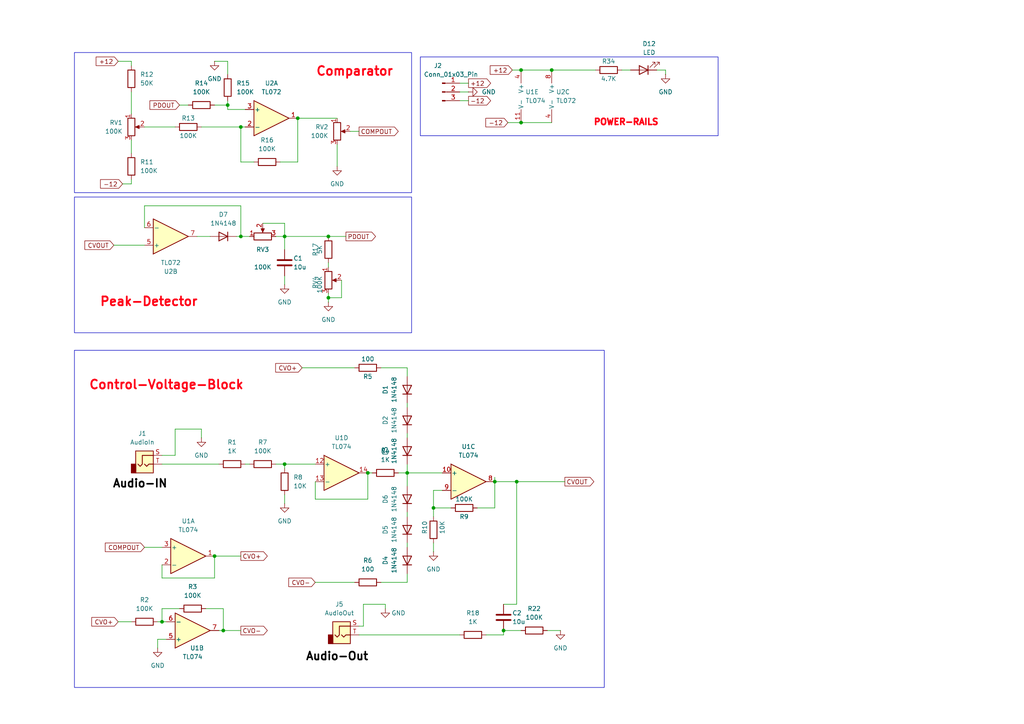
<source format=kicad_sch>
(kicad_sch (version 20250114) (generator "eeschema") (generator_version "9.0")
  (paper "A4")
  (lib_symbols
    (symbol "Amplifier_Operational:TL072" (pin_names (offset 0.127))
      (property "Reference" "U" (at 0 5.08 0))
      (property "Value" "TL072" (at 0 -5.08 0))
      (symbol "TL072_1_1"
        (polyline (pts (xy -5.08 5.08) (xy 5.08 0) (xy -5.08 -5.08) (xy -5.08 5.08)) (stroke (width 0.254)) (fill (type background)))
        (pin input line (at -7.62 2.54 0) (length 2.54) (name "+") (number "3"))
        (pin input line (at -7.62 -2.54 0) (length 2.54) (name "-") (number "2"))
        (pin output line (at 7.62 0 180) (length 2.54) (name "~") (number "1"))
      )
      (symbol "TL072_2_1"
        (polyline (pts (xy -5.08 5.08) (xy 5.08 0) (xy -5.08 -5.08) (xy -5.08 5.08)) (stroke (width 0.254)) (fill (type background)))
        (pin input line (at -7.62 2.54 0) (length 2.54) (name "+") (number "5"))
        (pin input line (at -7.62 -2.54 0) (length 2.54) (name "-") (number "6"))
        (pin output line (at 7.62 0 180) (length 2.54) (name "~") (number "7"))
      )
      (symbol "TL072_3_1"
        (pin power_in line (at -2.54 7.62 270) (length 3.81) (name "V+") (number "8"))
        (pin power_in line (at -2.54 -7.62 90) (length 3.81) (name "V-") (number "4"))
      )
    )
    (symbol "Amplifier_Operational:TL074" (pin_names (offset 0.127))
      (property "Reference" "U" (at 0 5.08 0))
      (property "Value" "TL074" (at 0 -5.08 0))
      (symbol "TL074_1_1"
        (polyline (pts (xy -5.08 5.08) (xy 5.08 0) (xy -5.08 -5.08) (xy -5.08 5.08)) (stroke (width 0.254)) (fill (type background)))
        (pin input line (at -7.62 2.54 0) (length 2.54) (name "+") (number "3"))
        (pin input line (at -7.62 -2.54 0) (length 2.54) (name "-") (number "2"))
        (pin output line (at 7.62 0 180) (length 2.54) (name "~") (number "1"))
      )
      (symbol "TL074_2_1"
        (polyline (pts (xy -5.08 5.08) (xy 5.08 0) (xy -5.08 -5.08) (xy -5.08 5.08)) (stroke (width 0.254)) (fill (type background)))
        (pin input line (at -7.62 2.54 0) (length 2.54) (name "+") (number "5"))
        (pin input line (at -7.62 -2.54 0) (length 2.54) (name "-") (number "6"))
        (pin output line (at 7.62 0 180) (length 2.54) (name "~") (number "7"))
      )
      (symbol "TL074_3_1"
        (polyline (pts (xy -5.08 5.08) (xy 5.08 0) (xy -5.08 -5.08) (xy -5.08 5.08)) (stroke (width 0.254)) (fill (type background)))
        (pin input line (at -7.62 2.54 0) (length 2.54) (name "+") (number "10"))
        (pin input line (at -7.62 -2.54 0) (length 2.54) (name "-") (number "9"))
        (pin output line (at 7.62 0 180) (length 2.54) (name "~") (number "8"))
      )
      (symbol "TL074_4_1"
        (polyline (pts (xy -5.08 5.08) (xy 5.08 0) (xy -5.08 -5.08) (xy -5.08 5.08)) (stroke (width 0.254)) (fill (type background)))
        (pin input line (at -7.62 2.54 0) (length 2.54) (name "+") (number "12"))
        (pin input line (at -7.62 -2.54 0) (length 2.54) (name "-") (number "13"))
        (pin output line (at 7.62 0 180) (length 2.54) (name "~") (number "14"))
      )
      (symbol "TL074_5_1"
        (pin power_in line (at -2.54 7.62 270) (length 3.81) (name "V+") (number "4"))
        (pin power_in line (at -2.54 -7.62 90) (length 3.81) (name "V-") (number "11"))
      )
    )
    (symbol "Connector:Conn_01x03_Pin" (pin_names (offset 1.016) (hide yes))
      (property "Reference" "J" (at 0 5.08 0))
      (property "Value" "Conn_01x03_Pin" (at 0 -5.08 0))
      (symbol "Conn_01x03_Pin_1_1"
        (rectangle (start 0.8636 2.667) (end 0 2.413) (stroke (width 0.1524)) (fill (type outline)))
        (rectangle (start 0.8636 0.127) (end 0 -0.127) (stroke (width 0.1524)) (fill (type outline)))
        (rectangle (start 0.8636 -2.413) (end 0 -2.667) (stroke (width 0.1524)) (fill (type outline)))
        (polyline (pts (xy 1.27 2.54) (xy 0.8636 2.54)) (stroke (width 0.1524)))
        (polyline (pts (xy 1.27 0) (xy 0.8636 0)) (stroke (width 0.1524)))
        (polyline (pts (xy 1.27 -2.54) (xy 0.8636 -2.54)) (stroke (width 0.1524)))
        (pin passive line (at 5.08 2.54 180) (length 3.81) (name "Pin_1") (number "1"))
        (pin passive line (at 5.08 0 180) (length 3.81) (name "Pin_2") (number "2"))
        (pin passive line (at 5.08 -2.54 180) (length 3.81) (name "Pin_3") (number "3"))
      )
    )
    (symbol "Connector_Audio:AudioJack2"
      (property "Reference" "J" (at 0 8.89 0))
      (property "Value" "AudioJack2" (at 0 6.35 0))
      (symbol "AudioJack2_0_1"
        (rectangle (start -3.81 0) (end -2.54 -2.54) (stroke (width 0.254)) (fill (type outline)))
        (rectangle (start -2.54 3.81) (end 2.54 -2.54) (stroke (width 0.254)) (fill (type background)))
        (polyline (pts (xy 0 0) (xy 0.635 -0.635) (xy 1.27 0) (xy 2.54 0)) (stroke (width 0.254)))
        (polyline (pts (xy 2.54 2.54) (xy -0.635 2.54) (xy -0.635 0) (xy -1.27 -0.635) (xy -1.905 0)) (stroke (width 0.254)))
      )
      (symbol "AudioJack2_1_1"
        (pin passive line (at 5.08 2.54 180) (length 2.54) (name "~") (number "S"))
        (pin passive line (at 5.08 0 180) (length 2.54) (name "~") (number "T"))
      )
    )
    (symbol "Device:C" (pin_numbers (hide yes)) (pin_names (offset 0.254))
      (property "Reference" "C" (at 0.635 2.54 0))
      (property "Value" "C" (at 0.635 -2.54 0))
      (symbol "C_0_1"
        (polyline (pts (xy -2.032 0.762) (xy 2.032 0.762)) (stroke (width 0.508)))
        (polyline (pts (xy -2.032 -0.762) (xy 2.032 -0.762)) (stroke (width 0.508)))
      )
      (symbol "C_1_1"
        (pin passive line (at 0 3.81 270) (length 2.794) (name "~") (number "1"))
        (pin passive line (at 0 -3.81 90) (length 2.794) (name "~") (number "2"))
      )
    )
    (symbol "Device:LED" (pin_numbers (hide yes)) (pin_names (offset 1.016) (hide yes))
      (property "Reference" "D" (at 0 2.54 0))
      (property "Value" "LED" (at 0 -2.54 0))
      (symbol "LED_0_1"
        (polyline (pts (xy -3.048 -0.762) (xy -4.572 -2.286) (xy -3.81 -2.286) (xy -4.572 -2.286) (xy -4.572 -1.524)))
        (polyline (pts (xy -1.778 -0.762) (xy -3.302 -2.286) (xy -2.54 -2.286) (xy -3.302 -2.286) (xy -3.302 -1.524)))
        (polyline (pts (xy -1.27 0) (xy 1.27 0)))
        (polyline (pts (xy -1.27 -1.27) (xy -1.27 1.27)) (stroke (width 0.254)))
        (polyline (pts (xy 1.27 -1.27) (xy 1.27 1.27) (xy -1.27 0) (xy 1.27 -1.27)) (stroke (width 0.254)))
      )
      (symbol "LED_1_1"
        (pin passive line (at -3.81 0 0) (length 2.54) (name "K") (number "1"))
        (pin passive line (at 3.81 0 180) (length 2.54) (name "A") (number "2"))
      )
    )
    (symbol "Device:R" (pin_numbers (hide yes)) (pin_names (offset 0))
      (property "Reference" "R" (at 2.032 0 90))
      (property "Value" "R" (at 0 0 90))
      (symbol "R_0_1"
        (rectangle (start -1.016 -2.54) (end 1.016 2.54) (stroke (width 0.254)))
      )
      (symbol "R_1_1"
        (pin passive line (at 0 3.81 270) (length 1.27) (name "~") (number "1"))
        (pin passive line (at 0 -3.81 90) (length 1.27) (name "~") (number "2"))
      )
    )
    (symbol "Device:R_Potentiometer" (pin_names (offset 1.016) (hide yes))
      (property "Reference" "RV" (at -4.445 0 90))
      (property "Value" "R_Potentiometer" (at -2.54 0 90))
      (symbol "R_Potentiometer_0_1"
        (rectangle (start 1.016 2.54) (end -1.016 -2.54) (stroke (width 0.254)))
        (polyline (pts (xy 1.143 0) (xy 2.286 0.508) (xy 2.286 -0.508) (xy 1.143 0)) (fill (type outline)))
        (polyline (pts (xy 2.54 0) (xy 1.524 0)))
      )
      (symbol "R_Potentiometer_1_1"
        (pin passive line (at 0 3.81 270) (length 1.27) (name "1") (number "1"))
        (pin passive line (at 0 -3.81 90) (length 1.27) (name "3") (number "3"))
        (pin passive line (at 3.81 0 180) (length 1.27) (name "2") (number "2"))
      )
    )
    (symbol "Diode:1N4148" (pin_numbers (hide yes)) (pin_names (hide yes))
      (property "Reference" "D" (at 0 2.54 0))
      (property "Value" "1N4148" (at 0 -2.54 0))
      (symbol "1N4148_0_1"
        (polyline (pts (xy -1.27 1.27) (xy -1.27 -1.27)) (stroke (width 0.254)))
        (polyline (pts (xy 1.27 1.27) (xy 1.27 -1.27) (xy -1.27 0) (xy 1.27 1.27)) (stroke (width 0.254)))
        (polyline (pts (xy 1.27 0) (xy -1.27 0)))
      )
      (symbol "1N4148_1_1"
        (pin passive line (at -3.81 0 0) (length 2.54) (name "K") (number "1"))
        (pin passive line (at 3.81 0 180) (length 2.54) (name "A") (number "2"))
      )
    )
    (symbol "power:GND" (power) (pin_numbers (hide yes)) (pin_names (offset 0) (hide yes))
      (property "Value" "GND" (at 0 -3.81 0))
      (symbol "GND_0_1"
        (polyline (pts (xy 0 0) (xy 0 -1.27) (xy 1.27 -1.27) (xy 0 -2.54) (xy -1.27 -1.27) (xy 0 -1.27)))
      )
      (symbol "GND_1_1"
        (pin power_in line (at 0 0 270) (length 0) (name "~") (number "1"))
      )
    )
  )
  (rectangle (start 21.59 101.6) (end 175.26 199.39))
  (rectangle (start 21.59 15.24) (end 119.38 55.88))
  (rectangle (start 121.92 16.51) (end 208.28 39.37))
  (rectangle (start 21.59 57.15) (end 119.38 96.52))
  (text "Audio-IN\n\n" (at 40.64 142.24 0) (effects (font (size 2.286 2.286) (thickness 0.4572) (bold yes))))
  (text "Control-Voltage-Block" (at 48.26 111.76 0) (effects (font (size 2.54 2.54) (thickness 0.508) (bold yes))))
  (text "Peak-Detector\n" (at 43.18 87.63 0) (effects (font (size 2.54 2.54) (thickness 0.508) (bold yes))))
  (text "POWER-RAILS\n" (at 181.61 35.56 0) (effects (font (size 1.778 1.778) (thickness 0.508) (bold yes))))
  (text "Comparator\n\n" (at 102.87 22.86 0) (effects (font (size 2.54 2.54) (thickness 0.508) (bold yes))))
  (text "Audio-Out\n" (at 97.79 190.5 0) (effects (font (size 2.286 2.286) (thickness 0.4572) (bold yes))))
  (junction (at 62.23 161.29))
  (junction (at 95.25 86.36))
  (junction (at 151.13 35.56))
  (junction (at 146.05 182.88))
  (junction (at 86.36 34.29))
  (junction (at 95.25 68.58))
  (junction (at 125.73 147.32))
  (junction (at 64.77 182.88))
  (junction (at 151.13 20.32))
  (junction (at 149.86 139.7))
  (junction (at 82.55 134.62))
  (junction (at 118.11 137.16))
  (junction (at 106.68 137.16))
  (junction (at 69.85 36.83))
  (junction (at 69.85 68.58))
  (junction (at 143.51 139.7))
  (junction (at 66.04 30.48))
  (junction (at 160.02 20.32))
  (junction (at 82.55 68.58))
  (junction (at 46.99 180.34))
  (wire (pts (xy 52.07 176.53) (xy 46.99 176.53)))
  (wire (pts (xy 106.68 144.78) (xy 106.68 137.16)))
  (wire (pts (xy 97.79 41.91) (xy 97.79 48.26)))
  (wire (pts (xy 68.58 68.58) (xy 69.85 68.58)))
  (wire (pts (xy 33.02 71.12) (xy 41.91 71.12)))
  (wire (pts (xy 118.11 134.62) (xy 118.11 137.16)))
  (wire (pts (xy 133.35 29.21) (xy 135.89 29.21)))
  (wire (pts (xy 149.86 175.26) (xy 146.05 175.26)))
  (wire (pts (xy 146.05 182.88) (xy 146.05 184.15)))
  (wire (pts (xy 64.77 176.53) (xy 64.77 182.88)))
  (wire (pts (xy 46.99 132.08) (xy 50.8 132.08)))
  (wire (pts (xy 146.05 184.15) (xy 140.97 184.15)))
  (wire (pts (xy 45.72 180.34) (xy 46.99 180.34)))
  (wire (pts (xy 143.51 138.43) (xy 143.51 139.7)))
  (wire (pts (xy 133.35 26.67) (xy 135.89 26.67)))
  (wire (pts (xy 80.01 68.58) (xy 82.55 68.58)))
  (wire (pts (xy 87.63 106.68) (xy 102.87 106.68)))
  (wire (pts (xy 41.91 59.69) (xy 69.85 59.69)))
  (wire (pts (xy 118.11 137.16) (xy 128.27 137.16)))
  (wire (pts (xy 147.32 35.56) (xy 151.13 35.56)))
  (wire (pts (xy 91.44 144.78) (xy 106.68 144.78)))
  (wire (pts (xy 151.13 35.56) (xy 160.02 35.56)))
  (wire (pts (xy 81.28 46.99) (xy 86.36 46.99)))
  (wire (pts (xy 106.68 137.16) (xy 107.95 137.16)))
  (wire (pts (xy 82.55 64.77) (xy 82.55 68.58)))
  (wire (pts (xy 38.1 40.64) (xy 38.1 44.45)))
  (wire (pts (xy 143.51 139.7) (xy 143.51 147.32)))
  (wire (pts (xy 118.11 148.59) (xy 118.11 149.86)))
  (wire (pts (xy 193.04 20.32) (xy 193.04 21.59)))
  (wire (pts (xy 104.14 184.15) (xy 133.35 184.15)))
  (wire (pts (xy 64.77 182.88) (xy 69.85 182.88)))
  (wire (pts (xy 58.42 127) (xy 58.42 124.46)))
  (wire (pts (xy 82.55 68.58) (xy 95.25 68.58)))
  (wire (pts (xy 82.55 134.62) (xy 91.44 134.62)))
  (wire (pts (xy 62.23 30.48) (xy 66.04 30.48)))
  (wire (pts (xy 95.25 76.2) (xy 95.25 77.47)))
  (wire (pts (xy 52.07 30.48) (xy 54.61 30.48)))
  (wire (pts (xy 69.85 46.99) (xy 69.85 36.83)))
  (wire (pts (xy 41.91 36.83) (xy 50.8 36.83)))
  (wire (pts (xy 118.11 166.37) (xy 118.11 168.91)))
  (wire (pts (xy 41.91 66.04) (xy 41.91 59.69)))
  (wire (pts (xy 149.86 139.7) (xy 149.86 175.26)))
  (wire (pts (xy 66.04 30.48) (xy 66.04 29.21)))
  (wire (pts (xy 111.76 175.26) (xy 111.76 176.53)))
  (wire (pts (xy 133.35 24.13) (xy 135.89 24.13)))
  (wire (pts (xy 48.26 185.42) (xy 45.72 185.42)))
  (wire (pts (xy 143.51 139.7) (xy 149.86 139.7)))
  (wire (pts (xy 58.42 36.83) (xy 69.85 36.83)))
  (wire (pts (xy 91.44 168.91) (xy 102.87 168.91)))
  (wire (pts (xy 180.34 20.32) (xy 182.88 20.32)))
  (wire (pts (xy 118.11 137.16) (xy 118.11 140.97)))
  (wire (pts (xy 158.75 182.88) (xy 162.56 182.88)))
  (wire (pts (xy 82.55 134.62) (xy 82.55 135.89)))
  (wire (pts (xy 86.36 34.29) (xy 97.79 34.29)))
  (wire (pts (xy 160.02 20.32) (xy 172.72 20.32)))
  (wire (pts (xy 104.14 181.61) (xy 105.41 181.61)))
  (wire (pts (xy 86.36 34.29) (xy 86.36 46.99)))
  (wire (pts (xy 64.77 182.88) (xy 63.5 182.88)))
  (wire (pts (xy 46.99 176.53) (xy 46.99 180.34)))
  (wire (pts (xy 95.25 86.36) (xy 95.25 87.63)))
  (wire (pts (xy 80.01 134.62) (xy 82.55 134.62)))
  (wire (pts (xy 66.04 31.75) (xy 66.04 30.48)))
  (wire (pts (xy 125.73 142.24) (xy 125.73 147.32)))
  (wire (pts (xy 95.25 85.09) (xy 95.25 86.36)))
  (wire (pts (xy 91.44 139.7) (xy 91.44 144.78)))
  (wire (pts (xy 69.85 59.69) (xy 69.85 68.58)))
  (wire (pts (xy 115.57 137.16) (xy 118.11 137.16)))
  (wire (pts (xy 69.85 36.83) (xy 71.12 36.83)))
  (wire (pts (xy 38.1 17.78) (xy 38.1 19.05)))
  (wire (pts (xy 46.99 163.83) (xy 46.99 167.64)))
  (wire (pts (xy 46.99 167.64) (xy 62.23 167.64)))
  (wire (pts (xy 71.12 31.75) (xy 66.04 31.75)))
  (wire (pts (xy 190.5 20.32) (xy 193.04 20.32)))
  (wire (pts (xy 34.29 17.78) (xy 38.1 17.78)))
  (wire (pts (xy 76.2 64.77) (xy 82.55 64.77)))
  (wire (pts (xy 125.73 147.32) (xy 125.73 149.86)))
  (wire (pts (xy 71.12 134.62) (xy 72.39 134.62)))
  (wire (pts (xy 99.06 86.36) (xy 95.25 86.36)))
  (wire (pts (xy 82.55 80.01) (xy 82.55 82.55)))
  (wire (pts (xy 95.25 68.58) (xy 100.33 68.58)))
  (wire (pts (xy 57.15 68.58) (xy 60.96 68.58)))
  (wire (pts (xy 111.76 175.26) (xy 105.41 175.26)))
  (wire (pts (xy 50.8 124.46) (xy 50.8 132.08)))
  (wire (pts (xy 118.11 116.84) (xy 118.11 118.11)))
  (wire (pts (xy 138.43 147.32) (xy 143.51 147.32)))
  (wire (pts (xy 82.55 68.58) (xy 82.55 72.39)))
  (wire (pts (xy 118.11 168.91) (xy 110.49 168.91)))
  (wire (pts (xy 41.91 158.75) (xy 46.99 158.75)))
  (wire (pts (xy 38.1 52.07) (xy 38.1 53.34)))
  (wire (pts (xy 38.1 53.34) (xy 35.56 53.34)))
  (wire (pts (xy 46.99 180.34) (xy 48.26 180.34)))
  (wire (pts (xy 82.55 143.51) (xy 82.55 146.05)))
  (wire (pts (xy 58.42 124.46) (xy 50.8 124.46)))
  (wire (pts (xy 101.6 38.1) (xy 104.14 38.1)))
  (wire (pts (xy 125.73 157.48) (xy 125.73 160.02)))
  (wire (pts (xy 99.06 81.28) (xy 99.06 86.36)))
  (wire (pts (xy 45.72 185.42) (xy 45.72 187.96)))
  (wire (pts (xy 118.11 157.48) (xy 118.11 158.75)))
  (wire (pts (xy 38.1 26.67) (xy 38.1 33.02)))
  (wire (pts (xy 118.11 125.73) (xy 118.11 127)))
  (wire (pts (xy 146.05 182.88) (xy 151.13 182.88)))
  (wire (pts (xy 46.99 134.62) (xy 63.5 134.62)))
  (wire (pts (xy 151.13 20.32) (xy 160.02 20.32)))
  (wire (pts (xy 59.69 176.53) (xy 64.77 176.53)))
  (wire (pts (xy 62.23 161.29) (xy 69.85 161.29)))
  (wire (pts (xy 66.04 17.78) (xy 66.04 21.59)))
  (wire (pts (xy 34.29 180.34) (xy 38.1 180.34)))
  (wire (pts (xy 128.27 142.24) (xy 125.73 142.24)))
  (wire (pts (xy 149.86 139.7) (xy 163.83 139.7)))
  (wire (pts (xy 69.85 68.58) (xy 72.39 68.58)))
  (wire (pts (xy 105.41 175.26) (xy 105.41 181.61)))
  (wire (pts (xy 118.11 106.68) (xy 118.11 109.22)))
  (wire (pts (xy 73.66 46.99) (xy 69.85 46.99)))
  (wire (pts (xy 125.73 147.32) (xy 130.81 147.32)))
  (wire (pts (xy 62.23 167.64) (xy 62.23 161.29)))
  (wire (pts (xy 62.23 17.78) (xy 66.04 17.78)))
  (wire (pts (xy 148.59 20.32) (xy 151.13 20.32)))
  (wire (pts (xy 110.49 106.68) (xy 118.11 106.68)))
  (global_label "CVO-" (shape input) (at 91.44 168.91 180) (property "Intersheetrefs" "${INTERSHEET_REFS}" (effects (hide yes))))
  (global_label "+12" (shape input) (at 148.59 20.32 180) (property "Intersheetrefs" "${INTERSHEET_REFS}" (effects (hide yes))))
  (global_label "CVOUT" (shape output) (at 163.83 139.7 0) (property "Intersheetrefs" "${INTERSHEET_REFS}" (effects (hide yes))))
  (global_label "COMPOUT" (shape output) (at 104.14 38.1 0) (property "Intersheetrefs" "${INTERSHEET_REFS}" (effects (hide yes))))
  (global_label "CVO+" (shape output) (at 69.85 161.29 0) (property "Intersheetrefs" "${INTERSHEET_REFS}" (effects (hide yes))))
  (global_label "+12" (shape output) (at 135.89 24.13 0) (property "Intersheetrefs" "${INTERSHEET_REFS}" (effects (hide yes))))
  (global_label "PDOUT" (shape output) (at 100.33 68.58 0) (property "Intersheetrefs" "${INTERSHEET_REFS}" (effects (hide yes))))
  (global_label "CVO+" (shape input) (at 34.29 180.34 180) (property "Intersheetrefs" "${INTERSHEET_REFS}" (effects (hide yes))))
  (global_label "PDOUT" (shape input) (at 52.07 30.48 180) (property "Intersheetrefs" "${INTERSHEET_REFS}" (effects (hide yes))))
  (global_label "-12" (shape input) (at 147.32 35.56 180) (property "Intersheetrefs" "${INTERSHEET_REFS}" (effects (hide yes))))
  (global_label "CVO+" (shape input) (at 87.63 106.68 180) (property "Intersheetrefs" "${INTERSHEET_REFS}" (effects (hide yes))))
  (global_label "COMPOUT" (shape input) (at 41.91 158.75 180) (property "Intersheetrefs" "${INTERSHEET_REFS}" (effects (hide yes))))
  (global_label "+12" (shape input) (at 34.29 17.78 180) (property "Intersheetrefs" "${INTERSHEET_REFS}" (effects (hide yes))))
  (global_label "CVO-" (shape output) (at 69.85 182.88 0) (property "Intersheetrefs" "${INTERSHEET_REFS}" (effects (hide yes))))
  (global_label "-12" (shape input) (at 35.56 53.34 180) (property "Intersheetrefs" "${INTERSHEET_REFS}" (effects (hide yes))))
  (global_label "CVOUT" (shape input) (at 33.02 71.12 180) (property "Intersheetrefs" "${INTERSHEET_REFS}" (effects (hide yes))))
  (global_label "-12" (shape output) (at 135.89 29.21 0) (property "Intersheetrefs" "${INTERSHEET_REFS}" (effects (hide yes))))
  (symbol (lib_id "Amplifier_Operational:TL072") (at 49.53 68.58 0) (mirror x) (unit 2)
    (property "Reference" "U2" (at 49.53 78.74 0))
    (property "Value" "TL072" (at 49.53 76.2 0))
    (property "Footprint" "Package_DIP:DIP-8_W7.62mm" (effects (hide yes)))
    (property "Datasheet" "http://www.ti.com/lit/ds/symlink/tl071.pdf" (effects (hide yes)))
    (property "Description" "Dual Low-Noise JFET-Input Operational Amplifiers, DIP-8/SOIC-8" (effects (hide yes)))
  )
  (symbol (lib_id "Diode:1N4148") (at 118.11 144.78 90) (unit 1)
    (property "Reference" "D6" (at 111.76 144.78 0))
    (property "Value" "1N4148" (at 114.3 144.78 0))
    (property "Footprint" "Diode_THT:D_DO-35_SOD27_P7.62mm_Horizontal" (effects (hide yes)))
    (property "Datasheet" "https://assets.nexperia.com/documents/data-sheet/1N4148_1N4448.pdf" (effects (hide yes)))
    (property "Description" "100V 0.15A standard switching diode, DO-35" (effects (hide yes)))
    (property "Sim.Device" "D" (effects (hide yes)))
    (property "Sim.Pins" "1=K 2=A" (effects (hide yes)))
  )
  (symbol (lib_id "Amplifier_Operational:TL074") (at 153.67 27.94 0) (unit 5)
    (property "Reference" "U1" (at 152.4 26.6699 0) (effects (justify left)))
    (property "Value" "TL074" (at 152.4 29.2099 0) (effects (justify left)))
    (property "Footprint" "Package_DIP:DIP-14_W7.62mm" (effects (hide yes)))
    (property "Datasheet" "http://www.ti.com/lit/ds/symlink/tl071.pdf" (effects (hide yes)))
    (property "Description" "Quad Low-Noise JFET-Input Operational Amplifiers, DIP-14/SOIC-14" (effects (hide yes)))
  )
  (symbol (lib_id "Device:R") (at 38.1 22.86 180) (unit 1)
    (property "Reference" "R12" (at 40.64 21.5899 0) (effects (justify right)))
    (property "Value" "50K" (at 40.64 24.1299 0) (effects (justify right)))
    (property "Footprint" "Resistor_THT:R_Axial_DIN0204_L3.6mm_D1.6mm_P7.62mm_Horizontal" (effects (hide yes)))
    (property "Description" "Resistor" (effects (hide yes)))
  )
  (symbol (lib_id "power:GND") (at 58.42 127 0) (unit 1)
    (property "Reference" "#PWR01" (effects (hide yes)))
    (property "Value" "GND" (at 58.42 132.08 0))
    (property "Description" "Power symbol creates a global label with name \"GND\" , ground" (effects (hide yes)))
  )
  (symbol (lib_id "Device:R") (at 95.25 72.39 180) (unit 1)
    (property "Reference" "R17" (at 91.44 72.39 90))
    (property "Value" "5K" (at 92.71 72.39 90))
    (property "Footprint" "Resistor_THT:R_Axial_DIN0204_L3.6mm_D1.6mm_P7.62mm_Horizontal" (effects (hide yes)))
    (property "Description" "Resistor" (effects (hide yes)))
  )
  (symbol (lib_id "Amplifier_Operational:TL072") (at 162.56 27.94 0) (unit 3)
    (property "Reference" "U2" (at 161.29 26.6699 0) (effects (justify left)))
    (property "Value" "TL072" (at 161.29 29.2099 0) (effects (justify left)))
    (property "Footprint" "Package_DIP:DIP-8_W7.62mm" (effects (hide yes)))
    (property "Datasheet" "http://www.ti.com/lit/ds/symlink/tl071.pdf" (effects (hide yes)))
    (property "Description" "Dual Low-Noise JFET-Input Operational Amplifiers, DIP-8/SOIC-8" (effects (hide yes)))
  )
  (symbol (lib_id "Device:R_Potentiometer") (at 38.1 36.83 0) (unit 1)
    (property "Reference" "RV1" (at 35.56 35.5599 0) (effects (justify right)))
    (property "Value" "100K" (at 35.56 38.0999 0) (effects (justify right)))
    (property "Footprint" "Potentiometer_THT:Potentiometer_Bourns_3386P_Vertical" (effects (hide yes)))
    (property "Description" "Potentiometer" (effects (hide yes)))
  )
  (symbol (lib_id "Diode:1N4148") (at 118.11 121.92 90) (unit 1)
    (property "Reference" "D2" (at 111.76 121.92 0))
    (property "Value" "1N4148" (at 114.3 121.92 0))
    (property "Footprint" "Diode_THT:D_DO-35_SOD27_P7.62mm_Horizontal" (effects (hide yes)))
    (property "Datasheet" "https://assets.nexperia.com/documents/data-sheet/1N4148_1N4448.pdf" (effects (hide yes)))
    (property "Description" "100V 0.15A standard switching diode, DO-35" (effects (hide yes)))
    (property "Sim.Device" "D" (effects (hide yes)))
    (property "Sim.Pins" "1=K 2=A" (effects (hide yes)))
  )
  (symbol (lib_id "Amplifier_Operational:TL074") (at 99.06 137.16 0) (unit 4)
    (property "Reference" "U1" (at 99.06 127 0))
    (property "Value" "TL074" (at 99.06 129.54 0))
    (property "Footprint" "Package_DIP:DIP-14_W7.62mm" (effects (hide yes)))
    (property "Datasheet" "http://www.ti.com/lit/ds/symlink/tl071.pdf" (effects (hide yes)))
    (property "Description" "Quad Low-Noise JFET-Input Operational Amplifiers, DIP-14/SOIC-14" (effects (hide yes)))
  )
  (symbol (lib_id "power:GND") (at 135.89 26.67 90) (unit 1)
    (property "Reference" "#PWR04" (effects (hide yes)))
    (property "Value" "GND" (at 139.7 26.6699 90) (effects (justify right)))
    (property "Description" "Power symbol creates a global label with name \"GND\" , ground" (effects (hide yes)))
  )
  (symbol (lib_id "Device:R") (at 134.62 147.32 90) (unit 1)
    (property "Reference" "R9" (at 134.62 149.86 90))
    (property "Value" "100K" (at 134.62 144.78 90))
    (property "Footprint" "Resistor_THT:R_Axial_DIN0204_L3.6mm_D1.6mm_P7.62mm_Horizontal" (effects (hide yes)))
    (property "Description" "Resistor" (effects (hide yes)))
  )
  (symbol (lib_id "Device:R_Potentiometer") (at 95.25 81.28 0) (unit 1)
    (property "Reference" "RV4" (at 91.44 80.01 90) (effects (justify right)))
    (property "Value" "100K" (at 92.71 80.01 90) (effects (justify right)))
    (property "Footprint" "Potentiometer_THT:Potentiometer_Bourns_3386P_Vertical" (effects (hide yes)))
    (property "Description" "Potentiometer" (effects (hide yes)))
  )
  (symbol (lib_id "Amplifier_Operational:TL074") (at 55.88 182.88 0) (mirror x) (unit 2)
    (property "Reference" "U1" (at 57.15 187.96 0))
    (property "Value" "TL074" (at 55.88 190.5 0))
    (property "Footprint" "Package_DIP:DIP-14_W7.62mm" (effects (hide yes)))
    (property "Datasheet" "http://www.ti.com/lit/ds/symlink/tl071.pdf" (effects (hide yes)))
    (property "Description" "Quad Low-Noise JFET-Input Operational Amplifiers, DIP-14/SOIC-14" (effects (hide yes)))
  )
  (symbol (lib_id "Connector_Audio:AudioJack2") (at 99.06 184.15 0) (unit 1)
    (property "Reference" "J5" (at 98.425 175.26 0))
    (property "Value" "AudioOut" (at 98.425 177.8 0))
    (property "Footprint" "Connector_Audio:Jack_6.35mm_Neutrik_NJ2FD-V_Vertical" (effects (hide yes)))
    (property "Description" "Audio Jack, 2 Poles (Mono / TS)" (effects (hide yes)))
  )
  (symbol (lib_id "power:GND") (at 82.55 82.55 0) (unit 1)
    (property "Reference" "#PWR08" (effects (hide yes)))
    (property "Value" "GND" (at 82.55 87.63 0))
    (property "Description" "Power symbol creates a global label with name \"GND\" , ground" (effects (hide yes)))
  )
  (symbol (lib_id "power:GND") (at 97.79 48.26 0) (unit 1)
    (property "Reference" "#PWR07" (effects (hide yes)))
    (property "Value" "GND" (at 97.79 53.34 0))
    (property "Description" "Power symbol creates a global label with name \"GND\" , ground" (effects (hide yes)))
  )
  (symbol (lib_id "Device:R") (at 106.68 106.68 90) (unit 1)
    (property "Reference" "R5" (at 106.68 109.22 90))
    (property "Value" "100" (at 106.68 104.14 90))
    (property "Footprint" "Resistor_THT:R_Axial_DIN0204_L3.6mm_D1.6mm_P7.62mm_Horizontal" (effects (hide yes)))
    (property "Description" "Resistor" (effects (hide yes)))
  )
  (symbol (lib_id "Diode:1N4148") (at 118.11 153.67 90) (unit 1)
    (property "Reference" "D5" (at 111.76 153.67 0))
    (property "Value" "1N4148" (at 114.3 153.67 0))
    (property "Footprint" "Diode_THT:D_DO-35_SOD27_P7.62mm_Horizontal" (effects (hide yes)))
    (property "Datasheet" "https://assets.nexperia.com/documents/data-sheet/1N4148_1N4448.pdf" (effects (hide yes)))
    (property "Description" "100V 0.15A standard switching diode, DO-35" (effects (hide yes)))
    (property "Sim.Device" "D" (effects (hide yes)))
    (property "Sim.Pins" "1=K 2=A" (effects (hide yes)))
  )
  (symbol (lib_id "power:GND") (at 111.76 176.53 0) (unit 1)
    (property "Reference" "#PWR010" (effects (hide yes)))
    (property "Value" "GND" (at 115.57 177.8 0))
    (property "Description" "Power symbol creates a global label with name \"GND\" , ground" (effects (hide yes)))
  )
  (symbol (lib_id "Device:R") (at 106.68 168.91 90) (unit 1)
    (property "Reference" "R6" (at 106.68 162.56 90))
    (property "Value" "100" (at 106.68 165.1 90))
    (property "Footprint" "Resistor_THT:R_Axial_DIN0204_L3.6mm_D1.6mm_P7.62mm_Horizontal" (effects (hide yes)))
    (property "Description" "Resistor" (effects (hide yes)))
  )
  (symbol (lib_id "Device:C") (at 82.55 76.2 0) (unit 1)
    (property "Reference" "C1" (at 85.09 74.93 0) (effects (justify left)))
    (property "Value" "10u" (at 85.09 77.47 0) (effects (justify left)))
    (property "Footprint" "Capacitor_THT:C_Radial_D6.3mm_H5.0mm_P2.50mm" (effects (hide yes)))
    (property "Description" "Unpolarized capacitor" (effects (hide yes)))
  )
  (symbol (lib_id "power:GND") (at 62.23 17.78 0) (unit 1)
    (property "Reference" "#PWR06" (effects (hide yes)))
    (property "Value" "GND" (at 62.23 22.86 0))
    (property "Description" "Power symbol creates a global label with name \"GND\" , ground" (effects (hide yes)))
  )
  (symbol (lib_id "Device:R") (at 67.31 134.62 90) (unit 1)
    (property "Reference" "R1" (at 67.31 128.27 90))
    (property "Value" "1K" (at 67.31 130.81 90))
    (property "Footprint" "Resistor_THT:R_Axial_DIN0204_L3.6mm_D1.6mm_P7.62mm_Horizontal" (effects (hide yes)))
    (property "Description" "Resistor" (effects (hide yes)))
  )
  (symbol (lib_id "power:GND") (at 125.73 160.02 0) (unit 1)
    (property "Reference" "#PWR05" (effects (hide yes)))
    (property "Value" "GND" (at 125.73 165.1 0))
    (property "Description" "Power symbol creates a global label with name \"GND\" , ground" (effects (hide yes)))
  )
  (symbol (lib_id "Device:R") (at 82.55 139.7 180) (unit 1)
    (property "Reference" "R8" (at 85.09 138.4299 0) (effects (justify right)))
    (property "Value" "10K" (at 85.09 140.9699 0) (effects (justify right)))
    (property "Footprint" "Resistor_THT:R_Axial_DIN0204_L3.6mm_D1.6mm_P7.62mm_Horizontal" (effects (hide yes)))
    (property "Description" "Resistor" (effects (hide yes)))
  )
  (symbol (lib_id "Device:R") (at 176.53 20.32 90) (unit 1)
    (property "Reference" "R34" (at 176.53 17.78 90))
    (property "Value" "4.7K" (at 176.53 22.86 90))
    (property "Footprint" "Resistor_THT:R_Axial_DIN0204_L3.6mm_D1.6mm_P7.62mm_Horizontal" (effects (hide yes)))
    (property "Description" "Resistor" (effects (hide yes)))
  )
  (symbol (lib_id "Connector:Conn_01x03_Pin") (at 128.27 26.67 0) (unit 1)
    (property "Reference" "J2" (at 127 19.05 0))
    (property "Value" "Conn_01x03_Pin" (at 130.81 21.59 0))
    (property "Footprint" "Connector_Phoenix_MC_HighVoltage:PhoenixContact_MCV_1,5_3-G-5.08_1x03_P5.08mm_Vertical" (effects (hide yes)))
    (property "Description" "Generic connector, single row, 01x03, script generated" (effects (hide yes)))
  )
  (symbol (lib_id "Diode:1N4148") (at 118.11 162.56 90) (unit 1)
    (property "Reference" "D4" (at 111.76 162.56 0))
    (property "Value" "1N4148" (at 114.3 162.56 0))
    (property "Footprint" "Diode_THT:D_DO-35_SOD27_P7.62mm_Horizontal" (effects (hide yes)))
    (property "Datasheet" "https://assets.nexperia.com/documents/data-sheet/1N4148_1N4448.pdf" (effects (hide yes)))
    (property "Description" "100V 0.15A standard switching diode, DO-35" (effects (hide yes)))
    (property "Sim.Device" "D" (effects (hide yes)))
    (property "Sim.Pins" "1=K 2=A" (effects (hide yes)))
  )
  (symbol (lib_id "Diode:1N4148") (at 118.11 113.03 90) (unit 1)
    (property "Reference" "D1" (at 111.76 113.03 0))
    (property "Value" "1N4148" (at 114.3 113.03 0))
    (property "Footprint" "Diode_THT:D_DO-35_SOD27_P7.62mm_Horizontal" (effects (hide yes)))
    (property "Datasheet" "https://assets.nexperia.com/documents/data-sheet/1N4148_1N4448.pdf" (effects (hide yes)))
    (property "Description" "100V 0.15A standard switching diode, DO-35" (effects (hide yes)))
    (property "Sim.Device" "D" (effects (hide yes)))
    (property "Sim.Pins" "1=K 2=A" (effects (hide yes)))
  )
  (symbol (lib_id "power:GND") (at 45.72 187.96 0) (unit 1)
    (property "Reference" "#PWR03" (effects (hide yes)))
    (property "Value" "GND" (at 45.72 193.04 0))
    (property "Description" "Power symbol creates a global label with name \"GND\" , ground" (effects (hide yes)))
  )
  (symbol (lib_id "Amplifier_Operational:TL074") (at 135.89 139.7 0) (unit 3)
    (property "Reference" "U1" (at 135.89 129.54 0))
    (property "Value" "TL074" (at 135.89 132.08 0))
    (property "Footprint" "Package_DIP:DIP-14_W7.62mm" (effects (hide yes)))
    (property "Datasheet" "http://www.ti.com/lit/ds/symlink/tl071.pdf" (effects (hide yes)))
    (property "Description" "Quad Low-Noise JFET-Input Operational Amplifiers, DIP-14/SOIC-14" (effects (hide yes)))
  )
  (symbol (lib_id "Device:R") (at 137.16 184.15 270) (unit 1)
    (property "Reference" "R18" (at 137.16 177.8 90))
    (property "Value" "1K" (at 137.16 180.34 90))
    (property "Footprint" "Resistor_THT:R_Axial_DIN0204_L3.6mm_D1.6mm_P7.62mm_Horizontal" (effects (hide yes)))
    (property "Description" "Resistor" (effects (hide yes)))
  )
  (symbol (lib_id "Device:R") (at 111.76 137.16 90) (unit 1)
    (property "Reference" "R4" (at 111.76 130.81 90))
    (property "Value" "1K" (at 111.76 133.35 90))
    (property "Footprint" "Resistor_THT:R_Axial_DIN0204_L3.6mm_D1.6mm_P7.62mm_Horizontal" (effects (hide yes)))
    (property "Description" "Resistor" (effects (hide yes)))
  )
  (symbol (lib_id "Device:C") (at 146.05 179.07 0) (unit 1)
    (property "Reference" "C2" (at 148.59 177.8 0) (effects (justify left)))
    (property "Value" "10u" (at 148.59 180.34 0) (effects (justify left)))
    (property "Footprint" "Capacitor_THT:C_Radial_D6.3mm_H5.0mm_P2.50mm" (effects (hide yes)))
    (property "Description" "Unpolarized capacitor" (effects (hide yes)))
  )
  (symbol (lib_id "Device:R") (at 76.2 134.62 90) (unit 1)
    (property "Reference" "R7" (at 76.2 128.27 90))
    (property "Value" "100K" (at 76.2 130.81 90))
    (property "Footprint" "Resistor_THT:R_Axial_DIN0204_L3.6mm_D1.6mm_P7.62mm_Horizontal" (effects (hide yes)))
    (property "Description" "Resistor" (effects (hide yes)))
  )
  (symbol (lib_id "power:GND") (at 82.55 146.05 0) (unit 1)
    (property "Reference" "#PWR02" (effects (hide yes)))
    (property "Value" "GND" (at 82.55 151.13 0))
    (property "Description" "Power symbol creates a global label with name \"GND\" , ground" (effects (hide yes)))
  )
  (symbol (lib_id "Device:R") (at 58.42 30.48 90) (unit 1)
    (property "Reference" "R14" (at 58.42 24.13 90))
    (property "Value" "100K" (at 58.42 26.67 90))
    (property "Footprint" "Resistor_THT:R_Axial_DIN0204_L3.6mm_D1.6mm_P7.62mm_Horizontal" (effects (hide yes)))
    (property "Description" "Resistor" (effects (hide yes)))
  )
  (symbol (lib_id "Connector_Audio:AudioJack2") (at 41.91 134.62 0) (unit 1)
    (property "Reference" "J1" (at 41.275 125.73 0))
    (property "Value" "AudioIn" (at 41.275 128.27 0))
    (property "Footprint" "Connector_Audio:Jack_6.35mm_Neutrik_NJ2FD-V_Vertical" (effects (hide yes)))
    (property "Description" "Audio Jack, 2 Poles (Mono / TS)" (effects (hide yes)))
  )
  (symbol (lib_id "Device:R") (at 125.73 153.67 180) (unit 1)
    (property "Reference" "R10" (at 123.19 154.94 90) (effects (justify right)))
    (property "Value" "10K" (at 128.27 154.94 90) (effects (justify right)))
    (property "Footprint" "Resistor_THT:R_Axial_DIN0204_L3.6mm_D1.6mm_P7.62mm_Horizontal" (effects (hide yes)))
    (property "Description" "Resistor" (effects (hide yes)))
  )
  (symbol (lib_id "Diode:1N4148") (at 64.77 68.58 180) (unit 1)
    (property "Reference" "D7" (at 64.77 62.23 0))
    (property "Value" "1N4148" (at 64.77 64.77 0))
    (property "Footprint" "Diode_THT:D_DO-35_SOD27_P7.62mm_Horizontal" (effects (hide yes)))
    (property "Datasheet" "https://assets.nexperia.com/documents/data-sheet/1N4148_1N4448.pdf" (effects (hide yes)))
    (property "Description" "100V 0.15A standard switching diode, DO-35" (effects (hide yes)))
    (property "Sim.Device" "D" (effects (hide yes)))
    (property "Sim.Pins" "1=K 2=A" (effects (hide yes)))
  )
  (symbol (lib_id "Device:R_Potentiometer") (at 97.79 38.1 0) (unit 1)
    (property "Reference" "RV2" (at 95.25 36.8299 0) (effects (justify right)))
    (property "Value" "100K" (at 95.25 39.3699 0) (effects (justify right)))
    (property "Footprint" "Potentiometer_THT:Potentiometer_Bourns_3386P_Vertical" (effects (hide yes)))
    (property "Description" "Potentiometer" (effects (hide yes)))
  )
  (symbol (lib_id "Device:R") (at 54.61 36.83 90) (unit 1)
    (property "Reference" "R13" (at 54.61 34.29 90))
    (property "Value" "100K" (at 54.61 39.37 90))
    (property "Footprint" "Resistor_THT:R_Axial_DIN0204_L3.6mm_D1.6mm_P7.62mm_Horizontal" (effects (hide yes)))
    (property "Description" "Resistor" (effects (hide yes)))
  )
  (symbol (lib_id "Device:R") (at 41.91 180.34 90) (unit 1)
    (property "Reference" "R2" (at 41.91 173.99 90))
    (property "Value" "100K" (at 41.91 176.53 90))
    (property "Footprint" "Resistor_THT:R_Axial_DIN0204_L3.6mm_D1.6mm_P7.62mm_Horizontal" (effects (hide yes)))
    (property "Description" "Resistor" (effects (hide yes)))
  )
  (symbol (lib_id "Device:R") (at 55.88 176.53 90) (unit 1)
    (property "Reference" "R3" (at 55.88 170.18 90))
    (property "Value" "100K" (at 55.88 172.72 90))
    (property "Footprint" "Resistor_THT:R_Axial_DIN0204_L3.6mm_D1.6mm_P7.62mm_Horizontal" (effects (hide yes)))
    (property "Description" "Resistor" (effects (hide yes)))
  )
  (symbol (lib_id "Device:R_Potentiometer") (at 76.2 68.58 90) (unit 1)
    (property "Reference" "RV3" (at 76.2 72.39 90))
    (property "Value" "100K" (at 76.2 77.47 90))
    (property "Footprint" "Potentiometer_THT:Potentiometer_Bourns_3386P_Vertical" (effects (hide yes)))
    (property "Description" "Potentiometer" (effects (hide yes)))
  )
  (symbol (lib_id "power:GND") (at 95.25 87.63 0) (unit 1)
    (property "Reference" "#PWR09" (effects (hide yes)))
    (property "Value" "GND" (at 95.25 92.71 0))
    (property "Description" "Power symbol creates a global label with name \"GND\" , ground" (effects (hide yes)))
  )
  (symbol (lib_id "Device:R") (at 66.04 25.4 180) (unit 1)
    (property "Reference" "R15" (at 68.58 24.1299 0) (effects (justify right)))
    (property "Value" "100K" (at 68.58 26.6699 0) (effects (justify right)))
    (property "Footprint" "Resistor_THT:R_Axial_DIN0204_L3.6mm_D1.6mm_P7.62mm_Horizontal" (effects (hide yes)))
    (property "Description" "Resistor" (effects (hide yes)))
  )
  (symbol (lib_id "Device:R") (at 38.1 48.26 180) (unit 1)
    (property "Reference" "R11" (at 40.64 46.9899 0) (effects (justify right)))
    (property "Value" "100K" (at 40.64 49.5299 0) (effects (justify right)))
    (property "Footprint" "Resistor_THT:R_Axial_DIN0204_L3.6mm_D1.6mm_P7.62mm_Horizontal" (effects (hide yes)))
    (property "Description" "Resistor" (effects (hide yes)))
  )
  (symbol (lib_id "power:GND") (at 193.04 21.59 0) (unit 1)
    (property "Reference" "#PWR016" (effects (hide yes)))
    (property "Value" "GND" (at 193.04 26.67 0))
    (property "Description" "Power symbol creates a global label with name \"GND\" , ground" (effects (hide yes)))
  )
  (symbol (lib_id "Amplifier_Operational:TL074") (at 54.61 161.29 0) (unit 1)
    (property "Reference" "U1" (at 54.61 151.13 0))
    (property "Value" "TL074" (at 54.61 153.67 0))
    (property "Footprint" "Package_DIP:DIP-14_W7.62mm" (effects (hide yes)))
    (property "Datasheet" "http://www.ti.com/lit/ds/symlink/tl071.pdf" (effects (hide yes)))
    (property "Description" "Quad Low-Noise JFET-Input Operational Amplifiers, DIP-14/SOIC-14" (effects (hide yes)))
  )
  (symbol (lib_id "power:GND") (at 162.56 182.88 0) (unit 1)
    (property "Reference" "#PWR012" (effects (hide yes)))
    (property "Value" "GND" (at 162.56 187.96 0))
    (property "Description" "Power symbol creates a global label with name \"GND\" , ground" (effects (hide yes)))
  )
  (symbol (lib_id "Device:R") (at 77.47 46.99 90) (unit 1)
    (property "Reference" "R16" (at 77.47 40.64 90))
    (property "Value" "100K" (at 77.47 43.18 90))
    (property "Footprint" "Resistor_THT:R_Axial_DIN0204_L3.6mm_D1.6mm_P7.62mm_Horizontal" (effects (hide yes)))
    (property "Description" "Resistor" (effects (hide yes)))
  )
  (symbol (lib_id "Device:LED") (at 186.69 20.32 180) (unit 1)
    (property "Reference" "D12" (at 188.2775 12.7 0))
    (property "Value" "LED" (at 188.2775 15.24 0))
    (property "Footprint" "LED_THT:LED_D3.0mm_Horizontal_O1.27mm_Z2.0mm" (effects (hide yes)))
    (property "Description" "Light emitting diode" (effects (hide yes)))
    (property "Sim.Pins" "1=K 2=A" (effects (hide yes)))
  )
  (symbol (lib_id "Amplifier_Operational:TL072") (at 78.74 34.29 0) (unit 1)
    (property "Reference" "U2" (at 78.74 24.13 0))
    (property "Value" "TL072" (at 78.74 26.67 0))
    (property "Footprint" "Package_DIP:DIP-8_W7.62mm" (effects (hide yes)))
    (property "Datasheet" "http://www.ti.com/lit/ds/symlink/tl071.pdf" (effects (hide yes)))
    (property "Description" "Dual Low-Noise JFET-Input Operational Amplifiers, DIP-8/SOIC-8" (effects (hide yes)))
  )
  (symbol (lib_id "Diode:1N4148") (at 118.11 130.81 90) (unit 1)
    (property "Reference" "D3" (at 111.76 130.81 0))
    (property "Value" "1N4148" (at 114.3 130.81 0))
    (property "Footprint" "Diode_THT:D_DO-35_SOD27_P7.62mm_Horizontal" (effects (hide yes)))
    (property "Datasheet" "https://assets.nexperia.com/documents/data-sheet/1N4148_1N4448.pdf" (effects (hide yes)))
    (property "Description" "100V 0.15A standard switching diode, DO-35" (effects (hide yes)))
    (property "Sim.Device" "D" (effects (hide yes)))
    (property "Sim.Pins" "1=K 2=A" (effects (hide yes)))
  )
  (symbol (lib_id "Device:R") (at 154.94 182.88 270) (unit 1)
    (property "Reference" "R22" (at 154.94 176.53 90))
    (property "Value" "100K" (at 154.94 179.07 90))
    (property "Footprint" "Resistor_THT:R_Axial_DIN0204_L3.6mm_D1.6mm_P7.62mm_Horizontal" (effects (hide yes)))
    (property "Description" "Resistor" (effects (hide yes)))
  )
)
</source>
